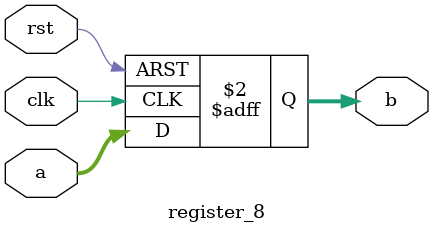
<source format=v>
`timescale 1ns/1ns
module register_8(input[7:0]a, input clk,rst, output reg[7:0]b);
  always@(posedge clk , posedge rst) begin
    if (rst) b = 8'b0;
    else b <= a;
  end
endmodule
</source>
